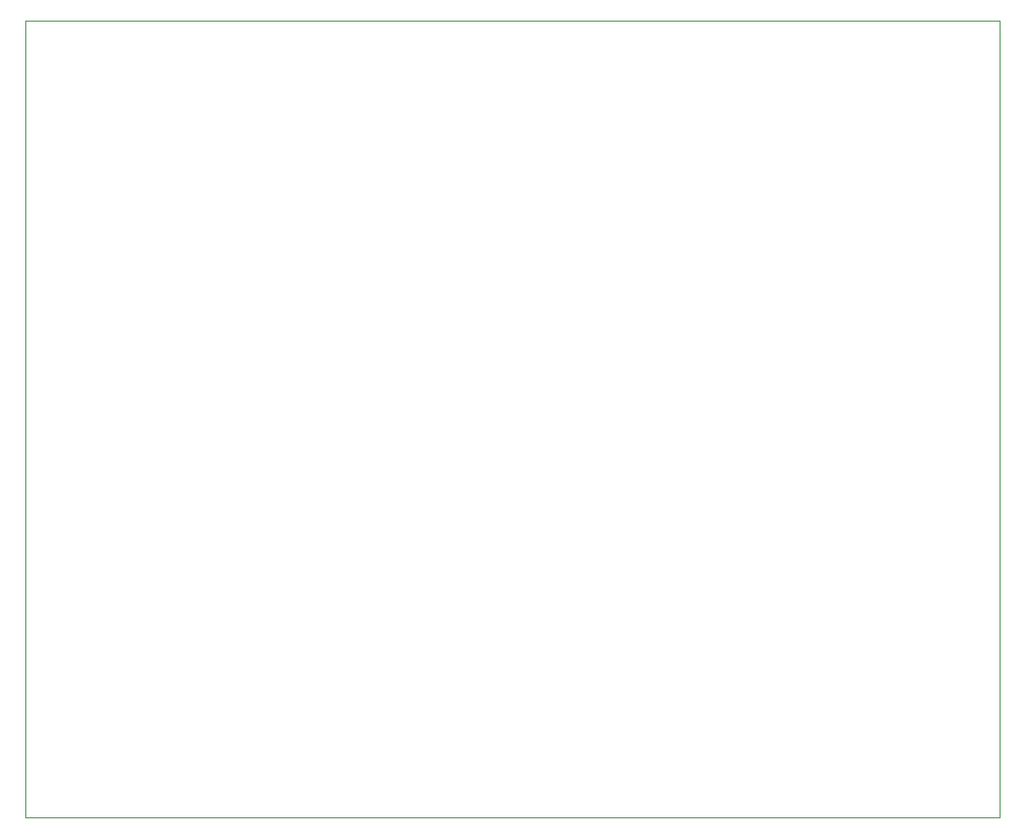
<source format=gbr>
%TF.GenerationSoftware,KiCad,Pcbnew,9.0.5*%
%TF.CreationDate,2025-11-19T11:21:45-07:00*%
%TF.ProjectId,USlave,55536c61-7665-42e6-9b69-6361645f7063,rev?*%
%TF.SameCoordinates,Original*%
%TF.FileFunction,Profile,NP*%
%FSLAX46Y46*%
G04 Gerber Fmt 4.6, Leading zero omitted, Abs format (unit mm)*
G04 Created by KiCad (PCBNEW 9.0.5) date 2025-11-19 11:21:45*
%MOMM*%
%LPD*%
G01*
G04 APERTURE LIST*
%TA.AperFunction,Profile*%
%ADD10C,0.100000*%
%TD*%
G04 APERTURE END LIST*
D10*
X145787461Y-43300000D02*
X233600999Y-43300000D01*
X233600999Y-115230000D01*
X145787461Y-115230000D01*
X145787461Y-43300000D01*
M02*

</source>
